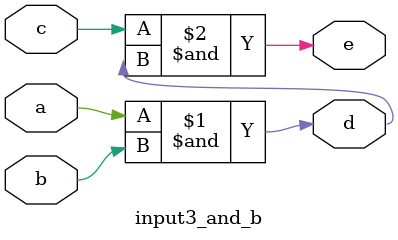
<source format=v>
`timescale 1ns / 1ps

module input3_and_b(a,b,c,d,e);
    input a,b,c;
    output d,e;
    
    assign d = a&b;
    assign e = c&d;

endmodule
</source>
